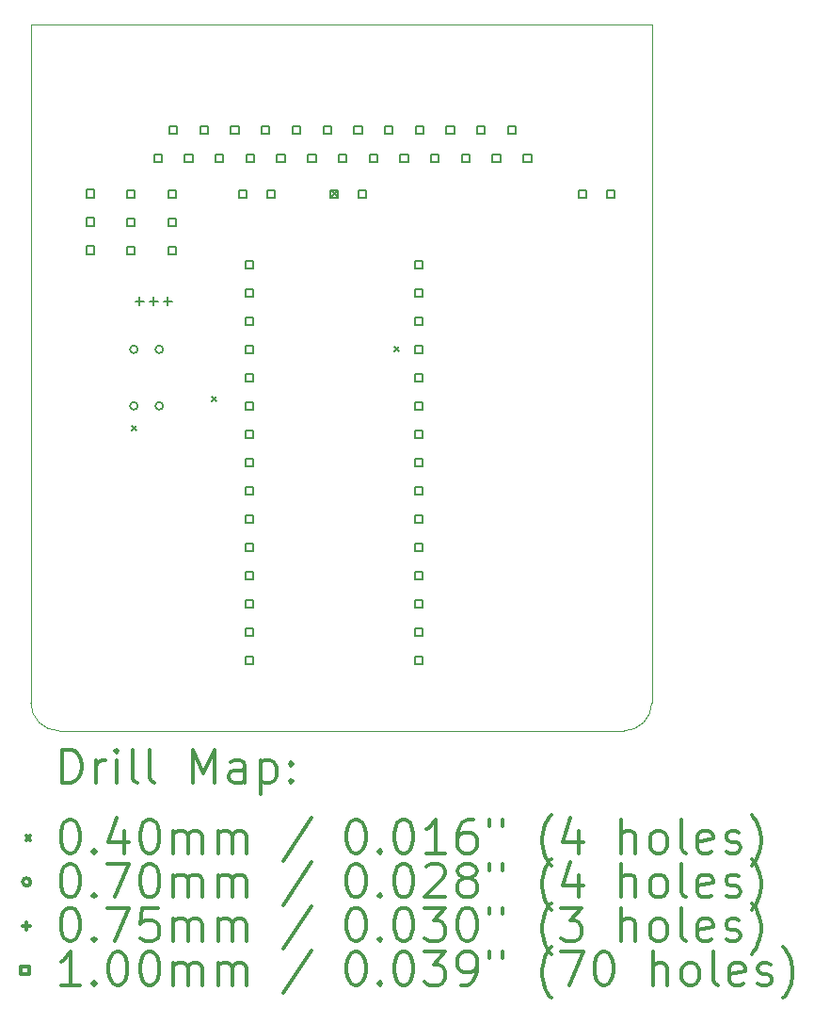
<source format=gbr>
%FSLAX45Y45*%
G04 Gerber Fmt 4.5, Leading zero omitted, Abs format (unit mm)*
G04 Created by KiCad (PCBNEW 5.1.6-c6e7f7d~87~ubuntu20.04.1) date 2020-09-09 20:44:35*
%MOMM*%
%LPD*%
G01*
G04 APERTURE LIST*
%TA.AperFunction,Profile*%
%ADD10C,0.050000*%
%TD*%
%ADD11C,0.200000*%
%ADD12C,0.300000*%
G04 APERTURE END LIST*
D10*
X18224500Y-10541000D02*
X18224500Y-4445000D01*
X12890500Y-10795000D02*
G75*
G02*
X12636500Y-10541000I0J254000D01*
G01*
X18224500Y-10541000D02*
G75*
G02*
X17970500Y-10795000I-254000J0D01*
G01*
X12636500Y-10541000D02*
X12636500Y-4445000D01*
X17970500Y-10795000D02*
X12890500Y-10795000D01*
X12636500Y-4445000D02*
X18224500Y-4445000D01*
D11*
X13543600Y-8057200D02*
X13583600Y-8097200D01*
X13583600Y-8057200D02*
X13543600Y-8097200D01*
X14267500Y-7790500D02*
X14307500Y-7830500D01*
X14307500Y-7790500D02*
X14267500Y-7830500D01*
X15347000Y-5949000D02*
X15387000Y-5989000D01*
X15387000Y-5949000D02*
X15347000Y-5989000D01*
X15905800Y-7346000D02*
X15945800Y-7386000D01*
X15945800Y-7346000D02*
X15905800Y-7386000D01*
X13598600Y-7366000D02*
G75*
G03*
X13598600Y-7366000I-35000J0D01*
G01*
X13598600Y-7874000D02*
G75*
G03*
X13598600Y-7874000I-35000J0D01*
G01*
X13827200Y-7366000D02*
G75*
G03*
X13827200Y-7366000I-35000J0D01*
G01*
X13827200Y-7874000D02*
G75*
G03*
X13827200Y-7874000I-35000J0D01*
G01*
X13614400Y-6896700D02*
X13614400Y-6971700D01*
X13576900Y-6934200D02*
X13651900Y-6934200D01*
X13741400Y-6896700D02*
X13741400Y-6971700D01*
X13703900Y-6934200D02*
X13778900Y-6934200D01*
X13868400Y-6896700D02*
X13868400Y-6971700D01*
X13830900Y-6934200D02*
X13905900Y-6934200D01*
X13206526Y-6001816D02*
X13206526Y-5931104D01*
X13135814Y-5931104D01*
X13135814Y-6001816D01*
X13206526Y-6001816D01*
X13206526Y-6255816D02*
X13206526Y-6185104D01*
X13135814Y-6185104D01*
X13135814Y-6255816D01*
X13206526Y-6255816D01*
X13206526Y-6509816D02*
X13206526Y-6439104D01*
X13135814Y-6439104D01*
X13135814Y-6509816D01*
X13206526Y-6509816D01*
X17637556Y-6004356D02*
X17637556Y-5933644D01*
X17566844Y-5933644D01*
X17566844Y-6004356D01*
X17637556Y-6004356D01*
X17891556Y-6004356D02*
X17891556Y-5933644D01*
X17820844Y-5933644D01*
X17820844Y-6004356D01*
X17891556Y-6004356D01*
X13941856Y-6004356D02*
X13941856Y-5933644D01*
X13871144Y-5933644D01*
X13871144Y-6004356D01*
X13941856Y-6004356D01*
X13941856Y-6258356D02*
X13941856Y-6187644D01*
X13871144Y-6187644D01*
X13871144Y-6258356D01*
X13941856Y-6258356D01*
X13941856Y-6512356D02*
X13941856Y-6441644D01*
X13871144Y-6441644D01*
X13871144Y-6512356D01*
X13941856Y-6512356D01*
X14640356Y-6639356D02*
X14640356Y-6568644D01*
X14569644Y-6568644D01*
X14569644Y-6639356D01*
X14640356Y-6639356D01*
X14640356Y-6893356D02*
X14640356Y-6822644D01*
X14569644Y-6822644D01*
X14569644Y-6893356D01*
X14640356Y-6893356D01*
X14640356Y-7147356D02*
X14640356Y-7076644D01*
X14569644Y-7076644D01*
X14569644Y-7147356D01*
X14640356Y-7147356D01*
X14640356Y-7401356D02*
X14640356Y-7330644D01*
X14569644Y-7330644D01*
X14569644Y-7401356D01*
X14640356Y-7401356D01*
X14640356Y-7655356D02*
X14640356Y-7584644D01*
X14569644Y-7584644D01*
X14569644Y-7655356D01*
X14640356Y-7655356D01*
X14640356Y-7909356D02*
X14640356Y-7838644D01*
X14569644Y-7838644D01*
X14569644Y-7909356D01*
X14640356Y-7909356D01*
X14640356Y-8163356D02*
X14640356Y-8092644D01*
X14569644Y-8092644D01*
X14569644Y-8163356D01*
X14640356Y-8163356D01*
X14640356Y-8417356D02*
X14640356Y-8346644D01*
X14569644Y-8346644D01*
X14569644Y-8417356D01*
X14640356Y-8417356D01*
X14640356Y-8671356D02*
X14640356Y-8600644D01*
X14569644Y-8600644D01*
X14569644Y-8671356D01*
X14640356Y-8671356D01*
X14640356Y-8925356D02*
X14640356Y-8854644D01*
X14569644Y-8854644D01*
X14569644Y-8925356D01*
X14640356Y-8925356D01*
X14640356Y-9179356D02*
X14640356Y-9108644D01*
X14569644Y-9108644D01*
X14569644Y-9179356D01*
X14640356Y-9179356D01*
X14640356Y-9433356D02*
X14640356Y-9362644D01*
X14569644Y-9362644D01*
X14569644Y-9433356D01*
X14640356Y-9433356D01*
X14640356Y-9687356D02*
X14640356Y-9616644D01*
X14569644Y-9616644D01*
X14569644Y-9687356D01*
X14640356Y-9687356D01*
X14640356Y-9941356D02*
X14640356Y-9870644D01*
X14569644Y-9870644D01*
X14569644Y-9941356D01*
X14640356Y-9941356D01*
X14640356Y-10195356D02*
X14640356Y-10124644D01*
X14569644Y-10124644D01*
X14569644Y-10195356D01*
X14640356Y-10195356D01*
X16164356Y-6639356D02*
X16164356Y-6568644D01*
X16093644Y-6568644D01*
X16093644Y-6639356D01*
X16164356Y-6639356D01*
X16164356Y-6893356D02*
X16164356Y-6822644D01*
X16093644Y-6822644D01*
X16093644Y-6893356D01*
X16164356Y-6893356D01*
X16164356Y-7147356D02*
X16164356Y-7076644D01*
X16093644Y-7076644D01*
X16093644Y-7147356D01*
X16164356Y-7147356D01*
X16164356Y-7401356D02*
X16164356Y-7330644D01*
X16093644Y-7330644D01*
X16093644Y-7401356D01*
X16164356Y-7401356D01*
X16164356Y-7655356D02*
X16164356Y-7584644D01*
X16093644Y-7584644D01*
X16093644Y-7655356D01*
X16164356Y-7655356D01*
X16164356Y-7909356D02*
X16164356Y-7838644D01*
X16093644Y-7838644D01*
X16093644Y-7909356D01*
X16164356Y-7909356D01*
X16164356Y-8163356D02*
X16164356Y-8092644D01*
X16093644Y-8092644D01*
X16093644Y-8163356D01*
X16164356Y-8163356D01*
X16164356Y-8417356D02*
X16164356Y-8346644D01*
X16093644Y-8346644D01*
X16093644Y-8417356D01*
X16164356Y-8417356D01*
X16164356Y-8671356D02*
X16164356Y-8600644D01*
X16093644Y-8600644D01*
X16093644Y-8671356D01*
X16164356Y-8671356D01*
X16164356Y-8925356D02*
X16164356Y-8854644D01*
X16093644Y-8854644D01*
X16093644Y-8925356D01*
X16164356Y-8925356D01*
X16164356Y-9179356D02*
X16164356Y-9108644D01*
X16093644Y-9108644D01*
X16093644Y-9179356D01*
X16164356Y-9179356D01*
X16164356Y-9433356D02*
X16164356Y-9362644D01*
X16093644Y-9362644D01*
X16093644Y-9433356D01*
X16164356Y-9433356D01*
X16164356Y-9687356D02*
X16164356Y-9616644D01*
X16093644Y-9616644D01*
X16093644Y-9687356D01*
X16164356Y-9687356D01*
X16164356Y-9941356D02*
X16164356Y-9870644D01*
X16093644Y-9870644D01*
X16093644Y-9941356D01*
X16164356Y-9941356D01*
X16164356Y-10195356D02*
X16164356Y-10124644D01*
X16093644Y-10124644D01*
X16093644Y-10195356D01*
X16164356Y-10195356D01*
X13573556Y-6004356D02*
X13573556Y-5933644D01*
X13502844Y-5933644D01*
X13502844Y-6004356D01*
X13573556Y-6004356D01*
X13573556Y-6258356D02*
X13573556Y-6187644D01*
X13502844Y-6187644D01*
X13502844Y-6258356D01*
X13573556Y-6258356D01*
X13573556Y-6512356D02*
X13573556Y-6441644D01*
X13502844Y-6441644D01*
X13502844Y-6512356D01*
X13573556Y-6512356D01*
X13814856Y-5686856D02*
X13814856Y-5616144D01*
X13744144Y-5616144D01*
X13744144Y-5686856D01*
X13814856Y-5686856D01*
X13953356Y-5432856D02*
X13953356Y-5362144D01*
X13882644Y-5362144D01*
X13882644Y-5432856D01*
X13953356Y-5432856D01*
X14091856Y-5686856D02*
X14091856Y-5616144D01*
X14021144Y-5616144D01*
X14021144Y-5686856D01*
X14091856Y-5686856D01*
X14230356Y-5432856D02*
X14230356Y-5362144D01*
X14159644Y-5362144D01*
X14159644Y-5432856D01*
X14230356Y-5432856D01*
X14368856Y-5686856D02*
X14368856Y-5616144D01*
X14298144Y-5616144D01*
X14298144Y-5686856D01*
X14368856Y-5686856D01*
X14507356Y-5432856D02*
X14507356Y-5362144D01*
X14436644Y-5362144D01*
X14436644Y-5432856D01*
X14507356Y-5432856D01*
X14645856Y-5686856D02*
X14645856Y-5616144D01*
X14575144Y-5616144D01*
X14575144Y-5686856D01*
X14645856Y-5686856D01*
X14784356Y-5432856D02*
X14784356Y-5362144D01*
X14713644Y-5362144D01*
X14713644Y-5432856D01*
X14784356Y-5432856D01*
X14922856Y-5686856D02*
X14922856Y-5616144D01*
X14852144Y-5616144D01*
X14852144Y-5686856D01*
X14922856Y-5686856D01*
X15061356Y-5432856D02*
X15061356Y-5362144D01*
X14990644Y-5362144D01*
X14990644Y-5432856D01*
X15061356Y-5432856D01*
X15199856Y-5686856D02*
X15199856Y-5616144D01*
X15129144Y-5616144D01*
X15129144Y-5686856D01*
X15199856Y-5686856D01*
X15338356Y-5432856D02*
X15338356Y-5362144D01*
X15267644Y-5362144D01*
X15267644Y-5432856D01*
X15338356Y-5432856D01*
X15476856Y-5686856D02*
X15476856Y-5616144D01*
X15406144Y-5616144D01*
X15406144Y-5686856D01*
X15476856Y-5686856D01*
X15615356Y-5432856D02*
X15615356Y-5362144D01*
X15544644Y-5362144D01*
X15544644Y-5432856D01*
X15615356Y-5432856D01*
X15753856Y-5686856D02*
X15753856Y-5616144D01*
X15683144Y-5616144D01*
X15683144Y-5686856D01*
X15753856Y-5686856D01*
X15892356Y-5432856D02*
X15892356Y-5362144D01*
X15821644Y-5362144D01*
X15821644Y-5432856D01*
X15892356Y-5432856D01*
X16030856Y-5686856D02*
X16030856Y-5616144D01*
X15960144Y-5616144D01*
X15960144Y-5686856D01*
X16030856Y-5686856D01*
X16169356Y-5432856D02*
X16169356Y-5362144D01*
X16098644Y-5362144D01*
X16098644Y-5432856D01*
X16169356Y-5432856D01*
X16307856Y-5686856D02*
X16307856Y-5616144D01*
X16237144Y-5616144D01*
X16237144Y-5686856D01*
X16307856Y-5686856D01*
X16446356Y-5432856D02*
X16446356Y-5362144D01*
X16375644Y-5362144D01*
X16375644Y-5432856D01*
X16446356Y-5432856D01*
X16584856Y-5686856D02*
X16584856Y-5616144D01*
X16514144Y-5616144D01*
X16514144Y-5686856D01*
X16584856Y-5686856D01*
X16723356Y-5432856D02*
X16723356Y-5362144D01*
X16652644Y-5362144D01*
X16652644Y-5432856D01*
X16723356Y-5432856D01*
X16861856Y-5686856D02*
X16861856Y-5616144D01*
X16791144Y-5616144D01*
X16791144Y-5686856D01*
X16861856Y-5686856D01*
X17000356Y-5432856D02*
X17000356Y-5362144D01*
X16929644Y-5362144D01*
X16929644Y-5432856D01*
X17000356Y-5432856D01*
X17138856Y-5686856D02*
X17138856Y-5616144D01*
X17068144Y-5616144D01*
X17068144Y-5686856D01*
X17138856Y-5686856D01*
X14576856Y-6004356D02*
X14576856Y-5933644D01*
X14506144Y-5933644D01*
X14506144Y-6004356D01*
X14576856Y-6004356D01*
X14830856Y-6004356D02*
X14830856Y-5933644D01*
X14760144Y-5933644D01*
X14760144Y-6004356D01*
X14830856Y-6004356D01*
X15402356Y-6004356D02*
X15402356Y-5933644D01*
X15331644Y-5933644D01*
X15331644Y-6004356D01*
X15402356Y-6004356D01*
X15656356Y-6004356D02*
X15656356Y-5933644D01*
X15585644Y-5933644D01*
X15585644Y-6004356D01*
X15656356Y-6004356D01*
D12*
X12920428Y-11263214D02*
X12920428Y-10963214D01*
X12991857Y-10963214D01*
X13034714Y-10977500D01*
X13063286Y-11006072D01*
X13077571Y-11034643D01*
X13091857Y-11091786D01*
X13091857Y-11134643D01*
X13077571Y-11191786D01*
X13063286Y-11220357D01*
X13034714Y-11248929D01*
X12991857Y-11263214D01*
X12920428Y-11263214D01*
X13220428Y-11263214D02*
X13220428Y-11063214D01*
X13220428Y-11120357D02*
X13234714Y-11091786D01*
X13249000Y-11077500D01*
X13277571Y-11063214D01*
X13306143Y-11063214D01*
X13406143Y-11263214D02*
X13406143Y-11063214D01*
X13406143Y-10963214D02*
X13391857Y-10977500D01*
X13406143Y-10991786D01*
X13420428Y-10977500D01*
X13406143Y-10963214D01*
X13406143Y-10991786D01*
X13591857Y-11263214D02*
X13563286Y-11248929D01*
X13549000Y-11220357D01*
X13549000Y-10963214D01*
X13749000Y-11263214D02*
X13720428Y-11248929D01*
X13706143Y-11220357D01*
X13706143Y-10963214D01*
X14091857Y-11263214D02*
X14091857Y-10963214D01*
X14191857Y-11177500D01*
X14291857Y-10963214D01*
X14291857Y-11263214D01*
X14563286Y-11263214D02*
X14563286Y-11106072D01*
X14549000Y-11077500D01*
X14520428Y-11063214D01*
X14463286Y-11063214D01*
X14434714Y-11077500D01*
X14563286Y-11248929D02*
X14534714Y-11263214D01*
X14463286Y-11263214D01*
X14434714Y-11248929D01*
X14420428Y-11220357D01*
X14420428Y-11191786D01*
X14434714Y-11163214D01*
X14463286Y-11148929D01*
X14534714Y-11148929D01*
X14563286Y-11134643D01*
X14706143Y-11063214D02*
X14706143Y-11363214D01*
X14706143Y-11077500D02*
X14734714Y-11063214D01*
X14791857Y-11063214D01*
X14820428Y-11077500D01*
X14834714Y-11091786D01*
X14849000Y-11120357D01*
X14849000Y-11206071D01*
X14834714Y-11234643D01*
X14820428Y-11248929D01*
X14791857Y-11263214D01*
X14734714Y-11263214D01*
X14706143Y-11248929D01*
X14977571Y-11234643D02*
X14991857Y-11248929D01*
X14977571Y-11263214D01*
X14963286Y-11248929D01*
X14977571Y-11234643D01*
X14977571Y-11263214D01*
X14977571Y-11077500D02*
X14991857Y-11091786D01*
X14977571Y-11106072D01*
X14963286Y-11091786D01*
X14977571Y-11077500D01*
X14977571Y-11106072D01*
X12594000Y-11737500D02*
X12634000Y-11777500D01*
X12634000Y-11737500D02*
X12594000Y-11777500D01*
X12977571Y-11593214D02*
X13006143Y-11593214D01*
X13034714Y-11607500D01*
X13049000Y-11621786D01*
X13063286Y-11650357D01*
X13077571Y-11707500D01*
X13077571Y-11778929D01*
X13063286Y-11836071D01*
X13049000Y-11864643D01*
X13034714Y-11878929D01*
X13006143Y-11893214D01*
X12977571Y-11893214D01*
X12949000Y-11878929D01*
X12934714Y-11864643D01*
X12920428Y-11836071D01*
X12906143Y-11778929D01*
X12906143Y-11707500D01*
X12920428Y-11650357D01*
X12934714Y-11621786D01*
X12949000Y-11607500D01*
X12977571Y-11593214D01*
X13206143Y-11864643D02*
X13220428Y-11878929D01*
X13206143Y-11893214D01*
X13191857Y-11878929D01*
X13206143Y-11864643D01*
X13206143Y-11893214D01*
X13477571Y-11693214D02*
X13477571Y-11893214D01*
X13406143Y-11578929D02*
X13334714Y-11793214D01*
X13520428Y-11793214D01*
X13691857Y-11593214D02*
X13720428Y-11593214D01*
X13749000Y-11607500D01*
X13763286Y-11621786D01*
X13777571Y-11650357D01*
X13791857Y-11707500D01*
X13791857Y-11778929D01*
X13777571Y-11836071D01*
X13763286Y-11864643D01*
X13749000Y-11878929D01*
X13720428Y-11893214D01*
X13691857Y-11893214D01*
X13663286Y-11878929D01*
X13649000Y-11864643D01*
X13634714Y-11836071D01*
X13620428Y-11778929D01*
X13620428Y-11707500D01*
X13634714Y-11650357D01*
X13649000Y-11621786D01*
X13663286Y-11607500D01*
X13691857Y-11593214D01*
X13920428Y-11893214D02*
X13920428Y-11693214D01*
X13920428Y-11721786D02*
X13934714Y-11707500D01*
X13963286Y-11693214D01*
X14006143Y-11693214D01*
X14034714Y-11707500D01*
X14049000Y-11736071D01*
X14049000Y-11893214D01*
X14049000Y-11736071D02*
X14063286Y-11707500D01*
X14091857Y-11693214D01*
X14134714Y-11693214D01*
X14163286Y-11707500D01*
X14177571Y-11736071D01*
X14177571Y-11893214D01*
X14320428Y-11893214D02*
X14320428Y-11693214D01*
X14320428Y-11721786D02*
X14334714Y-11707500D01*
X14363286Y-11693214D01*
X14406143Y-11693214D01*
X14434714Y-11707500D01*
X14449000Y-11736071D01*
X14449000Y-11893214D01*
X14449000Y-11736071D02*
X14463286Y-11707500D01*
X14491857Y-11693214D01*
X14534714Y-11693214D01*
X14563286Y-11707500D01*
X14577571Y-11736071D01*
X14577571Y-11893214D01*
X15163286Y-11578929D02*
X14906143Y-11964643D01*
X15549000Y-11593214D02*
X15577571Y-11593214D01*
X15606143Y-11607500D01*
X15620428Y-11621786D01*
X15634714Y-11650357D01*
X15649000Y-11707500D01*
X15649000Y-11778929D01*
X15634714Y-11836071D01*
X15620428Y-11864643D01*
X15606143Y-11878929D01*
X15577571Y-11893214D01*
X15549000Y-11893214D01*
X15520428Y-11878929D01*
X15506143Y-11864643D01*
X15491857Y-11836071D01*
X15477571Y-11778929D01*
X15477571Y-11707500D01*
X15491857Y-11650357D01*
X15506143Y-11621786D01*
X15520428Y-11607500D01*
X15549000Y-11593214D01*
X15777571Y-11864643D02*
X15791857Y-11878929D01*
X15777571Y-11893214D01*
X15763286Y-11878929D01*
X15777571Y-11864643D01*
X15777571Y-11893214D01*
X15977571Y-11593214D02*
X16006143Y-11593214D01*
X16034714Y-11607500D01*
X16049000Y-11621786D01*
X16063286Y-11650357D01*
X16077571Y-11707500D01*
X16077571Y-11778929D01*
X16063286Y-11836071D01*
X16049000Y-11864643D01*
X16034714Y-11878929D01*
X16006143Y-11893214D01*
X15977571Y-11893214D01*
X15949000Y-11878929D01*
X15934714Y-11864643D01*
X15920428Y-11836071D01*
X15906143Y-11778929D01*
X15906143Y-11707500D01*
X15920428Y-11650357D01*
X15934714Y-11621786D01*
X15949000Y-11607500D01*
X15977571Y-11593214D01*
X16363286Y-11893214D02*
X16191857Y-11893214D01*
X16277571Y-11893214D02*
X16277571Y-11593214D01*
X16249000Y-11636071D01*
X16220428Y-11664643D01*
X16191857Y-11678929D01*
X16620428Y-11593214D02*
X16563286Y-11593214D01*
X16534714Y-11607500D01*
X16520428Y-11621786D01*
X16491857Y-11664643D01*
X16477571Y-11721786D01*
X16477571Y-11836071D01*
X16491857Y-11864643D01*
X16506143Y-11878929D01*
X16534714Y-11893214D01*
X16591857Y-11893214D01*
X16620428Y-11878929D01*
X16634714Y-11864643D01*
X16649000Y-11836071D01*
X16649000Y-11764643D01*
X16634714Y-11736071D01*
X16620428Y-11721786D01*
X16591857Y-11707500D01*
X16534714Y-11707500D01*
X16506143Y-11721786D01*
X16491857Y-11736071D01*
X16477571Y-11764643D01*
X16763286Y-11593214D02*
X16763286Y-11650357D01*
X16877571Y-11593214D02*
X16877571Y-11650357D01*
X17320428Y-12007500D02*
X17306143Y-11993214D01*
X17277571Y-11950357D01*
X17263286Y-11921786D01*
X17249000Y-11878929D01*
X17234714Y-11807500D01*
X17234714Y-11750357D01*
X17249000Y-11678929D01*
X17263286Y-11636071D01*
X17277571Y-11607500D01*
X17306143Y-11564643D01*
X17320428Y-11550357D01*
X17563286Y-11693214D02*
X17563286Y-11893214D01*
X17491857Y-11578929D02*
X17420428Y-11793214D01*
X17606143Y-11793214D01*
X17949000Y-11893214D02*
X17949000Y-11593214D01*
X18077571Y-11893214D02*
X18077571Y-11736071D01*
X18063286Y-11707500D01*
X18034714Y-11693214D01*
X17991857Y-11693214D01*
X17963286Y-11707500D01*
X17949000Y-11721786D01*
X18263286Y-11893214D02*
X18234714Y-11878929D01*
X18220428Y-11864643D01*
X18206143Y-11836071D01*
X18206143Y-11750357D01*
X18220428Y-11721786D01*
X18234714Y-11707500D01*
X18263286Y-11693214D01*
X18306143Y-11693214D01*
X18334714Y-11707500D01*
X18349000Y-11721786D01*
X18363286Y-11750357D01*
X18363286Y-11836071D01*
X18349000Y-11864643D01*
X18334714Y-11878929D01*
X18306143Y-11893214D01*
X18263286Y-11893214D01*
X18534714Y-11893214D02*
X18506143Y-11878929D01*
X18491857Y-11850357D01*
X18491857Y-11593214D01*
X18763286Y-11878929D02*
X18734714Y-11893214D01*
X18677571Y-11893214D01*
X18649000Y-11878929D01*
X18634714Y-11850357D01*
X18634714Y-11736071D01*
X18649000Y-11707500D01*
X18677571Y-11693214D01*
X18734714Y-11693214D01*
X18763286Y-11707500D01*
X18777571Y-11736071D01*
X18777571Y-11764643D01*
X18634714Y-11793214D01*
X18891857Y-11878929D02*
X18920428Y-11893214D01*
X18977571Y-11893214D01*
X19006143Y-11878929D01*
X19020428Y-11850357D01*
X19020428Y-11836071D01*
X19006143Y-11807500D01*
X18977571Y-11793214D01*
X18934714Y-11793214D01*
X18906143Y-11778929D01*
X18891857Y-11750357D01*
X18891857Y-11736071D01*
X18906143Y-11707500D01*
X18934714Y-11693214D01*
X18977571Y-11693214D01*
X19006143Y-11707500D01*
X19120428Y-12007500D02*
X19134714Y-11993214D01*
X19163286Y-11950357D01*
X19177571Y-11921786D01*
X19191857Y-11878929D01*
X19206143Y-11807500D01*
X19206143Y-11750357D01*
X19191857Y-11678929D01*
X19177571Y-11636071D01*
X19163286Y-11607500D01*
X19134714Y-11564643D01*
X19120428Y-11550357D01*
X12634000Y-12153500D02*
G75*
G03*
X12634000Y-12153500I-35000J0D01*
G01*
X12977571Y-11989214D02*
X13006143Y-11989214D01*
X13034714Y-12003500D01*
X13049000Y-12017786D01*
X13063286Y-12046357D01*
X13077571Y-12103500D01*
X13077571Y-12174929D01*
X13063286Y-12232071D01*
X13049000Y-12260643D01*
X13034714Y-12274929D01*
X13006143Y-12289214D01*
X12977571Y-12289214D01*
X12949000Y-12274929D01*
X12934714Y-12260643D01*
X12920428Y-12232071D01*
X12906143Y-12174929D01*
X12906143Y-12103500D01*
X12920428Y-12046357D01*
X12934714Y-12017786D01*
X12949000Y-12003500D01*
X12977571Y-11989214D01*
X13206143Y-12260643D02*
X13220428Y-12274929D01*
X13206143Y-12289214D01*
X13191857Y-12274929D01*
X13206143Y-12260643D01*
X13206143Y-12289214D01*
X13320428Y-11989214D02*
X13520428Y-11989214D01*
X13391857Y-12289214D01*
X13691857Y-11989214D02*
X13720428Y-11989214D01*
X13749000Y-12003500D01*
X13763286Y-12017786D01*
X13777571Y-12046357D01*
X13791857Y-12103500D01*
X13791857Y-12174929D01*
X13777571Y-12232071D01*
X13763286Y-12260643D01*
X13749000Y-12274929D01*
X13720428Y-12289214D01*
X13691857Y-12289214D01*
X13663286Y-12274929D01*
X13649000Y-12260643D01*
X13634714Y-12232071D01*
X13620428Y-12174929D01*
X13620428Y-12103500D01*
X13634714Y-12046357D01*
X13649000Y-12017786D01*
X13663286Y-12003500D01*
X13691857Y-11989214D01*
X13920428Y-12289214D02*
X13920428Y-12089214D01*
X13920428Y-12117786D02*
X13934714Y-12103500D01*
X13963286Y-12089214D01*
X14006143Y-12089214D01*
X14034714Y-12103500D01*
X14049000Y-12132071D01*
X14049000Y-12289214D01*
X14049000Y-12132071D02*
X14063286Y-12103500D01*
X14091857Y-12089214D01*
X14134714Y-12089214D01*
X14163286Y-12103500D01*
X14177571Y-12132071D01*
X14177571Y-12289214D01*
X14320428Y-12289214D02*
X14320428Y-12089214D01*
X14320428Y-12117786D02*
X14334714Y-12103500D01*
X14363286Y-12089214D01*
X14406143Y-12089214D01*
X14434714Y-12103500D01*
X14449000Y-12132071D01*
X14449000Y-12289214D01*
X14449000Y-12132071D02*
X14463286Y-12103500D01*
X14491857Y-12089214D01*
X14534714Y-12089214D01*
X14563286Y-12103500D01*
X14577571Y-12132071D01*
X14577571Y-12289214D01*
X15163286Y-11974929D02*
X14906143Y-12360643D01*
X15549000Y-11989214D02*
X15577571Y-11989214D01*
X15606143Y-12003500D01*
X15620428Y-12017786D01*
X15634714Y-12046357D01*
X15649000Y-12103500D01*
X15649000Y-12174929D01*
X15634714Y-12232071D01*
X15620428Y-12260643D01*
X15606143Y-12274929D01*
X15577571Y-12289214D01*
X15549000Y-12289214D01*
X15520428Y-12274929D01*
X15506143Y-12260643D01*
X15491857Y-12232071D01*
X15477571Y-12174929D01*
X15477571Y-12103500D01*
X15491857Y-12046357D01*
X15506143Y-12017786D01*
X15520428Y-12003500D01*
X15549000Y-11989214D01*
X15777571Y-12260643D02*
X15791857Y-12274929D01*
X15777571Y-12289214D01*
X15763286Y-12274929D01*
X15777571Y-12260643D01*
X15777571Y-12289214D01*
X15977571Y-11989214D02*
X16006143Y-11989214D01*
X16034714Y-12003500D01*
X16049000Y-12017786D01*
X16063286Y-12046357D01*
X16077571Y-12103500D01*
X16077571Y-12174929D01*
X16063286Y-12232071D01*
X16049000Y-12260643D01*
X16034714Y-12274929D01*
X16006143Y-12289214D01*
X15977571Y-12289214D01*
X15949000Y-12274929D01*
X15934714Y-12260643D01*
X15920428Y-12232071D01*
X15906143Y-12174929D01*
X15906143Y-12103500D01*
X15920428Y-12046357D01*
X15934714Y-12017786D01*
X15949000Y-12003500D01*
X15977571Y-11989214D01*
X16191857Y-12017786D02*
X16206143Y-12003500D01*
X16234714Y-11989214D01*
X16306143Y-11989214D01*
X16334714Y-12003500D01*
X16349000Y-12017786D01*
X16363286Y-12046357D01*
X16363286Y-12074929D01*
X16349000Y-12117786D01*
X16177571Y-12289214D01*
X16363286Y-12289214D01*
X16534714Y-12117786D02*
X16506143Y-12103500D01*
X16491857Y-12089214D01*
X16477571Y-12060643D01*
X16477571Y-12046357D01*
X16491857Y-12017786D01*
X16506143Y-12003500D01*
X16534714Y-11989214D01*
X16591857Y-11989214D01*
X16620428Y-12003500D01*
X16634714Y-12017786D01*
X16649000Y-12046357D01*
X16649000Y-12060643D01*
X16634714Y-12089214D01*
X16620428Y-12103500D01*
X16591857Y-12117786D01*
X16534714Y-12117786D01*
X16506143Y-12132071D01*
X16491857Y-12146357D01*
X16477571Y-12174929D01*
X16477571Y-12232071D01*
X16491857Y-12260643D01*
X16506143Y-12274929D01*
X16534714Y-12289214D01*
X16591857Y-12289214D01*
X16620428Y-12274929D01*
X16634714Y-12260643D01*
X16649000Y-12232071D01*
X16649000Y-12174929D01*
X16634714Y-12146357D01*
X16620428Y-12132071D01*
X16591857Y-12117786D01*
X16763286Y-11989214D02*
X16763286Y-12046357D01*
X16877571Y-11989214D02*
X16877571Y-12046357D01*
X17320428Y-12403500D02*
X17306143Y-12389214D01*
X17277571Y-12346357D01*
X17263286Y-12317786D01*
X17249000Y-12274929D01*
X17234714Y-12203500D01*
X17234714Y-12146357D01*
X17249000Y-12074929D01*
X17263286Y-12032071D01*
X17277571Y-12003500D01*
X17306143Y-11960643D01*
X17320428Y-11946357D01*
X17563286Y-12089214D02*
X17563286Y-12289214D01*
X17491857Y-11974929D02*
X17420428Y-12189214D01*
X17606143Y-12189214D01*
X17949000Y-12289214D02*
X17949000Y-11989214D01*
X18077571Y-12289214D02*
X18077571Y-12132071D01*
X18063286Y-12103500D01*
X18034714Y-12089214D01*
X17991857Y-12089214D01*
X17963286Y-12103500D01*
X17949000Y-12117786D01*
X18263286Y-12289214D02*
X18234714Y-12274929D01*
X18220428Y-12260643D01*
X18206143Y-12232071D01*
X18206143Y-12146357D01*
X18220428Y-12117786D01*
X18234714Y-12103500D01*
X18263286Y-12089214D01*
X18306143Y-12089214D01*
X18334714Y-12103500D01*
X18349000Y-12117786D01*
X18363286Y-12146357D01*
X18363286Y-12232071D01*
X18349000Y-12260643D01*
X18334714Y-12274929D01*
X18306143Y-12289214D01*
X18263286Y-12289214D01*
X18534714Y-12289214D02*
X18506143Y-12274929D01*
X18491857Y-12246357D01*
X18491857Y-11989214D01*
X18763286Y-12274929D02*
X18734714Y-12289214D01*
X18677571Y-12289214D01*
X18649000Y-12274929D01*
X18634714Y-12246357D01*
X18634714Y-12132071D01*
X18649000Y-12103500D01*
X18677571Y-12089214D01*
X18734714Y-12089214D01*
X18763286Y-12103500D01*
X18777571Y-12132071D01*
X18777571Y-12160643D01*
X18634714Y-12189214D01*
X18891857Y-12274929D02*
X18920428Y-12289214D01*
X18977571Y-12289214D01*
X19006143Y-12274929D01*
X19020428Y-12246357D01*
X19020428Y-12232071D01*
X19006143Y-12203500D01*
X18977571Y-12189214D01*
X18934714Y-12189214D01*
X18906143Y-12174929D01*
X18891857Y-12146357D01*
X18891857Y-12132071D01*
X18906143Y-12103500D01*
X18934714Y-12089214D01*
X18977571Y-12089214D01*
X19006143Y-12103500D01*
X19120428Y-12403500D02*
X19134714Y-12389214D01*
X19163286Y-12346357D01*
X19177571Y-12317786D01*
X19191857Y-12274929D01*
X19206143Y-12203500D01*
X19206143Y-12146357D01*
X19191857Y-12074929D01*
X19177571Y-12032071D01*
X19163286Y-12003500D01*
X19134714Y-11960643D01*
X19120428Y-11946357D01*
X12596500Y-12512000D02*
X12596500Y-12587000D01*
X12559000Y-12549500D02*
X12634000Y-12549500D01*
X12977571Y-12385214D02*
X13006143Y-12385214D01*
X13034714Y-12399500D01*
X13049000Y-12413786D01*
X13063286Y-12442357D01*
X13077571Y-12499500D01*
X13077571Y-12570929D01*
X13063286Y-12628071D01*
X13049000Y-12656643D01*
X13034714Y-12670929D01*
X13006143Y-12685214D01*
X12977571Y-12685214D01*
X12949000Y-12670929D01*
X12934714Y-12656643D01*
X12920428Y-12628071D01*
X12906143Y-12570929D01*
X12906143Y-12499500D01*
X12920428Y-12442357D01*
X12934714Y-12413786D01*
X12949000Y-12399500D01*
X12977571Y-12385214D01*
X13206143Y-12656643D02*
X13220428Y-12670929D01*
X13206143Y-12685214D01*
X13191857Y-12670929D01*
X13206143Y-12656643D01*
X13206143Y-12685214D01*
X13320428Y-12385214D02*
X13520428Y-12385214D01*
X13391857Y-12685214D01*
X13777571Y-12385214D02*
X13634714Y-12385214D01*
X13620428Y-12528071D01*
X13634714Y-12513786D01*
X13663286Y-12499500D01*
X13734714Y-12499500D01*
X13763286Y-12513786D01*
X13777571Y-12528071D01*
X13791857Y-12556643D01*
X13791857Y-12628071D01*
X13777571Y-12656643D01*
X13763286Y-12670929D01*
X13734714Y-12685214D01*
X13663286Y-12685214D01*
X13634714Y-12670929D01*
X13620428Y-12656643D01*
X13920428Y-12685214D02*
X13920428Y-12485214D01*
X13920428Y-12513786D02*
X13934714Y-12499500D01*
X13963286Y-12485214D01*
X14006143Y-12485214D01*
X14034714Y-12499500D01*
X14049000Y-12528071D01*
X14049000Y-12685214D01*
X14049000Y-12528071D02*
X14063286Y-12499500D01*
X14091857Y-12485214D01*
X14134714Y-12485214D01*
X14163286Y-12499500D01*
X14177571Y-12528071D01*
X14177571Y-12685214D01*
X14320428Y-12685214D02*
X14320428Y-12485214D01*
X14320428Y-12513786D02*
X14334714Y-12499500D01*
X14363286Y-12485214D01*
X14406143Y-12485214D01*
X14434714Y-12499500D01*
X14449000Y-12528071D01*
X14449000Y-12685214D01*
X14449000Y-12528071D02*
X14463286Y-12499500D01*
X14491857Y-12485214D01*
X14534714Y-12485214D01*
X14563286Y-12499500D01*
X14577571Y-12528071D01*
X14577571Y-12685214D01*
X15163286Y-12370929D02*
X14906143Y-12756643D01*
X15549000Y-12385214D02*
X15577571Y-12385214D01*
X15606143Y-12399500D01*
X15620428Y-12413786D01*
X15634714Y-12442357D01*
X15649000Y-12499500D01*
X15649000Y-12570929D01*
X15634714Y-12628071D01*
X15620428Y-12656643D01*
X15606143Y-12670929D01*
X15577571Y-12685214D01*
X15549000Y-12685214D01*
X15520428Y-12670929D01*
X15506143Y-12656643D01*
X15491857Y-12628071D01*
X15477571Y-12570929D01*
X15477571Y-12499500D01*
X15491857Y-12442357D01*
X15506143Y-12413786D01*
X15520428Y-12399500D01*
X15549000Y-12385214D01*
X15777571Y-12656643D02*
X15791857Y-12670929D01*
X15777571Y-12685214D01*
X15763286Y-12670929D01*
X15777571Y-12656643D01*
X15777571Y-12685214D01*
X15977571Y-12385214D02*
X16006143Y-12385214D01*
X16034714Y-12399500D01*
X16049000Y-12413786D01*
X16063286Y-12442357D01*
X16077571Y-12499500D01*
X16077571Y-12570929D01*
X16063286Y-12628071D01*
X16049000Y-12656643D01*
X16034714Y-12670929D01*
X16006143Y-12685214D01*
X15977571Y-12685214D01*
X15949000Y-12670929D01*
X15934714Y-12656643D01*
X15920428Y-12628071D01*
X15906143Y-12570929D01*
X15906143Y-12499500D01*
X15920428Y-12442357D01*
X15934714Y-12413786D01*
X15949000Y-12399500D01*
X15977571Y-12385214D01*
X16177571Y-12385214D02*
X16363286Y-12385214D01*
X16263286Y-12499500D01*
X16306143Y-12499500D01*
X16334714Y-12513786D01*
X16349000Y-12528071D01*
X16363286Y-12556643D01*
X16363286Y-12628071D01*
X16349000Y-12656643D01*
X16334714Y-12670929D01*
X16306143Y-12685214D01*
X16220428Y-12685214D01*
X16191857Y-12670929D01*
X16177571Y-12656643D01*
X16549000Y-12385214D02*
X16577571Y-12385214D01*
X16606143Y-12399500D01*
X16620428Y-12413786D01*
X16634714Y-12442357D01*
X16649000Y-12499500D01*
X16649000Y-12570929D01*
X16634714Y-12628071D01*
X16620428Y-12656643D01*
X16606143Y-12670929D01*
X16577571Y-12685214D01*
X16549000Y-12685214D01*
X16520428Y-12670929D01*
X16506143Y-12656643D01*
X16491857Y-12628071D01*
X16477571Y-12570929D01*
X16477571Y-12499500D01*
X16491857Y-12442357D01*
X16506143Y-12413786D01*
X16520428Y-12399500D01*
X16549000Y-12385214D01*
X16763286Y-12385214D02*
X16763286Y-12442357D01*
X16877571Y-12385214D02*
X16877571Y-12442357D01*
X17320428Y-12799500D02*
X17306143Y-12785214D01*
X17277571Y-12742357D01*
X17263286Y-12713786D01*
X17249000Y-12670929D01*
X17234714Y-12599500D01*
X17234714Y-12542357D01*
X17249000Y-12470929D01*
X17263286Y-12428071D01*
X17277571Y-12399500D01*
X17306143Y-12356643D01*
X17320428Y-12342357D01*
X17406143Y-12385214D02*
X17591857Y-12385214D01*
X17491857Y-12499500D01*
X17534714Y-12499500D01*
X17563286Y-12513786D01*
X17577571Y-12528071D01*
X17591857Y-12556643D01*
X17591857Y-12628071D01*
X17577571Y-12656643D01*
X17563286Y-12670929D01*
X17534714Y-12685214D01*
X17449000Y-12685214D01*
X17420428Y-12670929D01*
X17406143Y-12656643D01*
X17949000Y-12685214D02*
X17949000Y-12385214D01*
X18077571Y-12685214D02*
X18077571Y-12528071D01*
X18063286Y-12499500D01*
X18034714Y-12485214D01*
X17991857Y-12485214D01*
X17963286Y-12499500D01*
X17949000Y-12513786D01*
X18263286Y-12685214D02*
X18234714Y-12670929D01*
X18220428Y-12656643D01*
X18206143Y-12628071D01*
X18206143Y-12542357D01*
X18220428Y-12513786D01*
X18234714Y-12499500D01*
X18263286Y-12485214D01*
X18306143Y-12485214D01*
X18334714Y-12499500D01*
X18349000Y-12513786D01*
X18363286Y-12542357D01*
X18363286Y-12628071D01*
X18349000Y-12656643D01*
X18334714Y-12670929D01*
X18306143Y-12685214D01*
X18263286Y-12685214D01*
X18534714Y-12685214D02*
X18506143Y-12670929D01*
X18491857Y-12642357D01*
X18491857Y-12385214D01*
X18763286Y-12670929D02*
X18734714Y-12685214D01*
X18677571Y-12685214D01*
X18649000Y-12670929D01*
X18634714Y-12642357D01*
X18634714Y-12528071D01*
X18649000Y-12499500D01*
X18677571Y-12485214D01*
X18734714Y-12485214D01*
X18763286Y-12499500D01*
X18777571Y-12528071D01*
X18777571Y-12556643D01*
X18634714Y-12585214D01*
X18891857Y-12670929D02*
X18920428Y-12685214D01*
X18977571Y-12685214D01*
X19006143Y-12670929D01*
X19020428Y-12642357D01*
X19020428Y-12628071D01*
X19006143Y-12599500D01*
X18977571Y-12585214D01*
X18934714Y-12585214D01*
X18906143Y-12570929D01*
X18891857Y-12542357D01*
X18891857Y-12528071D01*
X18906143Y-12499500D01*
X18934714Y-12485214D01*
X18977571Y-12485214D01*
X19006143Y-12499500D01*
X19120428Y-12799500D02*
X19134714Y-12785214D01*
X19163286Y-12742357D01*
X19177571Y-12713786D01*
X19191857Y-12670929D01*
X19206143Y-12599500D01*
X19206143Y-12542357D01*
X19191857Y-12470929D01*
X19177571Y-12428071D01*
X19163286Y-12399500D01*
X19134714Y-12356643D01*
X19120428Y-12342357D01*
X12619356Y-12980856D02*
X12619356Y-12910144D01*
X12548644Y-12910144D01*
X12548644Y-12980856D01*
X12619356Y-12980856D01*
X13077571Y-13081214D02*
X12906143Y-13081214D01*
X12991857Y-13081214D02*
X12991857Y-12781214D01*
X12963286Y-12824071D01*
X12934714Y-12852643D01*
X12906143Y-12866929D01*
X13206143Y-13052643D02*
X13220428Y-13066929D01*
X13206143Y-13081214D01*
X13191857Y-13066929D01*
X13206143Y-13052643D01*
X13206143Y-13081214D01*
X13406143Y-12781214D02*
X13434714Y-12781214D01*
X13463286Y-12795500D01*
X13477571Y-12809786D01*
X13491857Y-12838357D01*
X13506143Y-12895500D01*
X13506143Y-12966929D01*
X13491857Y-13024071D01*
X13477571Y-13052643D01*
X13463286Y-13066929D01*
X13434714Y-13081214D01*
X13406143Y-13081214D01*
X13377571Y-13066929D01*
X13363286Y-13052643D01*
X13349000Y-13024071D01*
X13334714Y-12966929D01*
X13334714Y-12895500D01*
X13349000Y-12838357D01*
X13363286Y-12809786D01*
X13377571Y-12795500D01*
X13406143Y-12781214D01*
X13691857Y-12781214D02*
X13720428Y-12781214D01*
X13749000Y-12795500D01*
X13763286Y-12809786D01*
X13777571Y-12838357D01*
X13791857Y-12895500D01*
X13791857Y-12966929D01*
X13777571Y-13024071D01*
X13763286Y-13052643D01*
X13749000Y-13066929D01*
X13720428Y-13081214D01*
X13691857Y-13081214D01*
X13663286Y-13066929D01*
X13649000Y-13052643D01*
X13634714Y-13024071D01*
X13620428Y-12966929D01*
X13620428Y-12895500D01*
X13634714Y-12838357D01*
X13649000Y-12809786D01*
X13663286Y-12795500D01*
X13691857Y-12781214D01*
X13920428Y-13081214D02*
X13920428Y-12881214D01*
X13920428Y-12909786D02*
X13934714Y-12895500D01*
X13963286Y-12881214D01*
X14006143Y-12881214D01*
X14034714Y-12895500D01*
X14049000Y-12924071D01*
X14049000Y-13081214D01*
X14049000Y-12924071D02*
X14063286Y-12895500D01*
X14091857Y-12881214D01*
X14134714Y-12881214D01*
X14163286Y-12895500D01*
X14177571Y-12924071D01*
X14177571Y-13081214D01*
X14320428Y-13081214D02*
X14320428Y-12881214D01*
X14320428Y-12909786D02*
X14334714Y-12895500D01*
X14363286Y-12881214D01*
X14406143Y-12881214D01*
X14434714Y-12895500D01*
X14449000Y-12924071D01*
X14449000Y-13081214D01*
X14449000Y-12924071D02*
X14463286Y-12895500D01*
X14491857Y-12881214D01*
X14534714Y-12881214D01*
X14563286Y-12895500D01*
X14577571Y-12924071D01*
X14577571Y-13081214D01*
X15163286Y-12766929D02*
X14906143Y-13152643D01*
X15549000Y-12781214D02*
X15577571Y-12781214D01*
X15606143Y-12795500D01*
X15620428Y-12809786D01*
X15634714Y-12838357D01*
X15649000Y-12895500D01*
X15649000Y-12966929D01*
X15634714Y-13024071D01*
X15620428Y-13052643D01*
X15606143Y-13066929D01*
X15577571Y-13081214D01*
X15549000Y-13081214D01*
X15520428Y-13066929D01*
X15506143Y-13052643D01*
X15491857Y-13024071D01*
X15477571Y-12966929D01*
X15477571Y-12895500D01*
X15491857Y-12838357D01*
X15506143Y-12809786D01*
X15520428Y-12795500D01*
X15549000Y-12781214D01*
X15777571Y-13052643D02*
X15791857Y-13066929D01*
X15777571Y-13081214D01*
X15763286Y-13066929D01*
X15777571Y-13052643D01*
X15777571Y-13081214D01*
X15977571Y-12781214D02*
X16006143Y-12781214D01*
X16034714Y-12795500D01*
X16049000Y-12809786D01*
X16063286Y-12838357D01*
X16077571Y-12895500D01*
X16077571Y-12966929D01*
X16063286Y-13024071D01*
X16049000Y-13052643D01*
X16034714Y-13066929D01*
X16006143Y-13081214D01*
X15977571Y-13081214D01*
X15949000Y-13066929D01*
X15934714Y-13052643D01*
X15920428Y-13024071D01*
X15906143Y-12966929D01*
X15906143Y-12895500D01*
X15920428Y-12838357D01*
X15934714Y-12809786D01*
X15949000Y-12795500D01*
X15977571Y-12781214D01*
X16177571Y-12781214D02*
X16363286Y-12781214D01*
X16263286Y-12895500D01*
X16306143Y-12895500D01*
X16334714Y-12909786D01*
X16349000Y-12924071D01*
X16363286Y-12952643D01*
X16363286Y-13024071D01*
X16349000Y-13052643D01*
X16334714Y-13066929D01*
X16306143Y-13081214D01*
X16220428Y-13081214D01*
X16191857Y-13066929D01*
X16177571Y-13052643D01*
X16506143Y-13081214D02*
X16563286Y-13081214D01*
X16591857Y-13066929D01*
X16606143Y-13052643D01*
X16634714Y-13009786D01*
X16649000Y-12952643D01*
X16649000Y-12838357D01*
X16634714Y-12809786D01*
X16620428Y-12795500D01*
X16591857Y-12781214D01*
X16534714Y-12781214D01*
X16506143Y-12795500D01*
X16491857Y-12809786D01*
X16477571Y-12838357D01*
X16477571Y-12909786D01*
X16491857Y-12938357D01*
X16506143Y-12952643D01*
X16534714Y-12966929D01*
X16591857Y-12966929D01*
X16620428Y-12952643D01*
X16634714Y-12938357D01*
X16649000Y-12909786D01*
X16763286Y-12781214D02*
X16763286Y-12838357D01*
X16877571Y-12781214D02*
X16877571Y-12838357D01*
X17320428Y-13195500D02*
X17306143Y-13181214D01*
X17277571Y-13138357D01*
X17263286Y-13109786D01*
X17249000Y-13066929D01*
X17234714Y-12995500D01*
X17234714Y-12938357D01*
X17249000Y-12866929D01*
X17263286Y-12824071D01*
X17277571Y-12795500D01*
X17306143Y-12752643D01*
X17320428Y-12738357D01*
X17406143Y-12781214D02*
X17606143Y-12781214D01*
X17477571Y-13081214D01*
X17777571Y-12781214D02*
X17806143Y-12781214D01*
X17834714Y-12795500D01*
X17849000Y-12809786D01*
X17863286Y-12838357D01*
X17877571Y-12895500D01*
X17877571Y-12966929D01*
X17863286Y-13024071D01*
X17849000Y-13052643D01*
X17834714Y-13066929D01*
X17806143Y-13081214D01*
X17777571Y-13081214D01*
X17749000Y-13066929D01*
X17734714Y-13052643D01*
X17720428Y-13024071D01*
X17706143Y-12966929D01*
X17706143Y-12895500D01*
X17720428Y-12838357D01*
X17734714Y-12809786D01*
X17749000Y-12795500D01*
X17777571Y-12781214D01*
X18234714Y-13081214D02*
X18234714Y-12781214D01*
X18363286Y-13081214D02*
X18363286Y-12924071D01*
X18349000Y-12895500D01*
X18320428Y-12881214D01*
X18277571Y-12881214D01*
X18249000Y-12895500D01*
X18234714Y-12909786D01*
X18549000Y-13081214D02*
X18520428Y-13066929D01*
X18506143Y-13052643D01*
X18491857Y-13024071D01*
X18491857Y-12938357D01*
X18506143Y-12909786D01*
X18520428Y-12895500D01*
X18549000Y-12881214D01*
X18591857Y-12881214D01*
X18620428Y-12895500D01*
X18634714Y-12909786D01*
X18649000Y-12938357D01*
X18649000Y-13024071D01*
X18634714Y-13052643D01*
X18620428Y-13066929D01*
X18591857Y-13081214D01*
X18549000Y-13081214D01*
X18820428Y-13081214D02*
X18791857Y-13066929D01*
X18777571Y-13038357D01*
X18777571Y-12781214D01*
X19049000Y-13066929D02*
X19020428Y-13081214D01*
X18963286Y-13081214D01*
X18934714Y-13066929D01*
X18920428Y-13038357D01*
X18920428Y-12924071D01*
X18934714Y-12895500D01*
X18963286Y-12881214D01*
X19020428Y-12881214D01*
X19049000Y-12895500D01*
X19063286Y-12924071D01*
X19063286Y-12952643D01*
X18920428Y-12981214D01*
X19177571Y-13066929D02*
X19206143Y-13081214D01*
X19263286Y-13081214D01*
X19291857Y-13066929D01*
X19306143Y-13038357D01*
X19306143Y-13024071D01*
X19291857Y-12995500D01*
X19263286Y-12981214D01*
X19220428Y-12981214D01*
X19191857Y-12966929D01*
X19177571Y-12938357D01*
X19177571Y-12924071D01*
X19191857Y-12895500D01*
X19220428Y-12881214D01*
X19263286Y-12881214D01*
X19291857Y-12895500D01*
X19406143Y-13195500D02*
X19420428Y-13181214D01*
X19449000Y-13138357D01*
X19463286Y-13109786D01*
X19477571Y-13066929D01*
X19491857Y-12995500D01*
X19491857Y-12938357D01*
X19477571Y-12866929D01*
X19463286Y-12824071D01*
X19449000Y-12795500D01*
X19420428Y-12752643D01*
X19406143Y-12738357D01*
M02*

</source>
